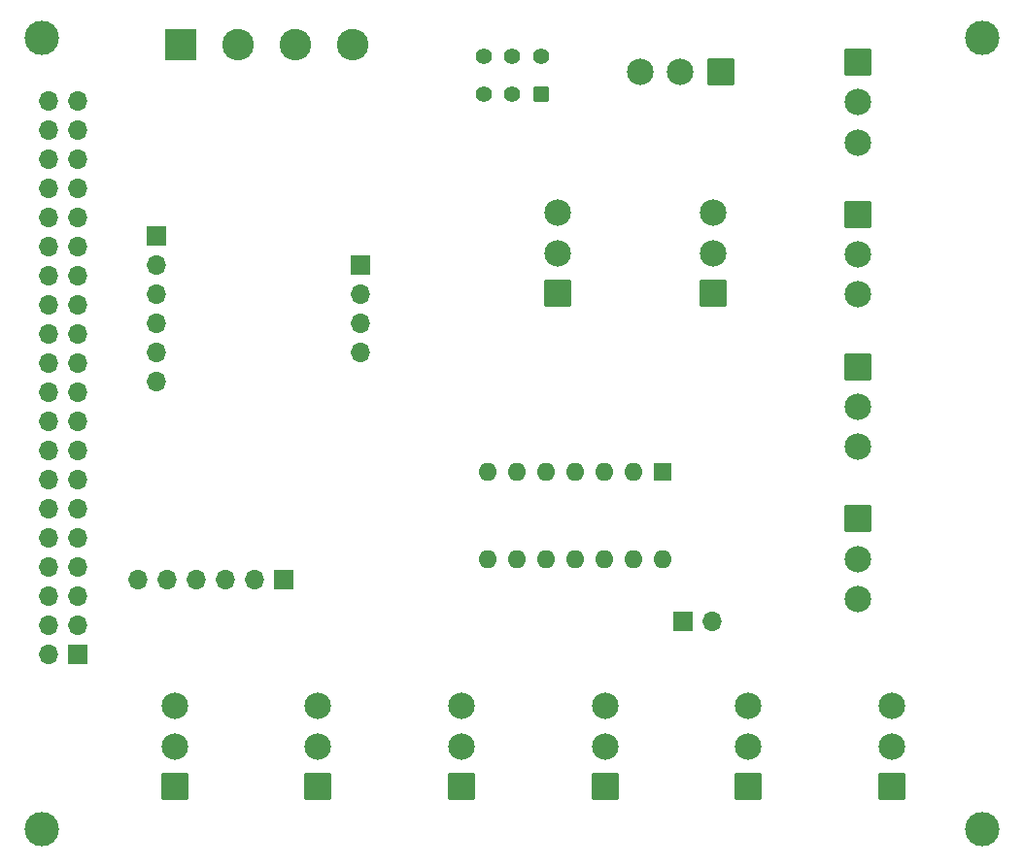
<source format=gbs>
%TF.GenerationSoftware,KiCad,Pcbnew,8.0.6*%
%TF.CreationDate,2025-02-04T19:04:09-05:00*%
%TF.ProjectId,Jetson_Extension_Board,4a657473-6f6e-45f4-9578-74656e73696f,rev?*%
%TF.SameCoordinates,Original*%
%TF.FileFunction,Soldermask,Bot*%
%TF.FilePolarity,Negative*%
%FSLAX46Y46*%
G04 Gerber Fmt 4.6, Leading zero omitted, Abs format (unit mm)*
G04 Created by KiCad (PCBNEW 8.0.6) date 2025-02-04 19:04:09*
%MOMM*%
%LPD*%
G01*
G04 APERTURE LIST*
G04 Aperture macros list*
%AMRoundRect*
0 Rectangle with rounded corners*
0 $1 Rounding radius*
0 $2 $3 $4 $5 $6 $7 $8 $9 X,Y pos of 4 corners*
0 Add a 4 corners polygon primitive as box body*
4,1,4,$2,$3,$4,$5,$6,$7,$8,$9,$2,$3,0*
0 Add four circle primitives for the rounded corners*
1,1,$1+$1,$2,$3*
1,1,$1+$1,$4,$5*
1,1,$1+$1,$6,$7*
1,1,$1+$1,$8,$9*
0 Add four rect primitives between the rounded corners*
20,1,$1+$1,$2,$3,$4,$5,0*
20,1,$1+$1,$4,$5,$6,$7,0*
20,1,$1+$1,$6,$7,$8,$9,0*
20,1,$1+$1,$8,$9,$2,$3,0*%
G04 Aperture macros list end*
%ADD10RoundRect,0.102000X-1.275000X-1.275000X1.275000X-1.275000X1.275000X1.275000X-1.275000X1.275000X0*%
%ADD11C,2.754000*%
%ADD12R,1.700000X1.700000*%
%ADD13O,1.700000X1.700000*%
%ADD14C,3.000000*%
%ADD15RoundRect,0.102000X1.050000X-1.050000X1.050000X1.050000X-1.050000X1.050000X-1.050000X-1.050000X0*%
%ADD16C,2.304000*%
%ADD17RoundRect,0.102000X-1.050000X1.050000X-1.050000X-1.050000X1.050000X-1.050000X1.050000X1.050000X0*%
%ADD18RoundRect,0.250000X0.450000X0.450000X-0.450000X0.450000X-0.450000X-0.450000X0.450000X-0.450000X0*%
%ADD19C,1.400000*%
%ADD20R,1.600000X1.600000*%
%ADD21O,1.600000X1.600000*%
%ADD22RoundRect,0.102000X1.050000X1.050000X-1.050000X1.050000X-1.050000X-1.050000X1.050000X-1.050000X0*%
G04 APERTURE END LIST*
D10*
%TO.C,J19*%
X101110000Y-75510000D03*
D11*
X106110000Y-75510000D03*
X111110000Y-75510000D03*
X116110000Y-75510000D03*
%TD*%
D12*
%TO.C,J15*%
X116800000Y-94670000D03*
D13*
X116800000Y-97210000D03*
X116800000Y-99750000D03*
X116800000Y-102290000D03*
%TD*%
D12*
%TO.C,J14*%
X99025000Y-92145000D03*
D13*
X99025000Y-94685000D03*
X99025000Y-97225000D03*
X99025000Y-99765000D03*
X99025000Y-102305000D03*
X99025000Y-104845000D03*
%TD*%
D14*
%TO.C,H4*%
X171000000Y-143900000D03*
%TD*%
D15*
%TO.C,J3*%
X125600000Y-140162500D03*
D16*
X125600000Y-136662500D03*
X125600000Y-133162500D03*
%TD*%
D17*
%TO.C,J7*%
X160100000Y-116837500D03*
D16*
X160100000Y-120337500D03*
X160100000Y-123837500D03*
%TD*%
D15*
%TO.C,J4*%
X113100000Y-140162500D03*
D16*
X113100000Y-136662500D03*
X113100000Y-133162500D03*
%TD*%
D12*
%TO.C,J6*%
X92140000Y-128620000D03*
D13*
X89600000Y-128620000D03*
X92140000Y-126080000D03*
X89600000Y-126080000D03*
X92140000Y-123540000D03*
X89600000Y-123540000D03*
X92140000Y-121000000D03*
X89600000Y-121000000D03*
X92140000Y-118460000D03*
X89600000Y-118460000D03*
X92140000Y-115920000D03*
X89600000Y-115920000D03*
X92140000Y-113380000D03*
X89600000Y-113380000D03*
X92140000Y-110840000D03*
X89600000Y-110840000D03*
X92140000Y-108300000D03*
X89600000Y-108300000D03*
X92140000Y-105760000D03*
X89600000Y-105760000D03*
X92140000Y-103220000D03*
X89600000Y-103220000D03*
X92140000Y-100680000D03*
X89600000Y-100680000D03*
X92140000Y-98140000D03*
X89600000Y-98140000D03*
X92140000Y-95600000D03*
X89600000Y-95600000D03*
X92140000Y-93060000D03*
X89600000Y-93060000D03*
X92140000Y-90520000D03*
X89600000Y-90520000D03*
X92140000Y-87980000D03*
X89600000Y-87980000D03*
X92140000Y-85440000D03*
X89600000Y-85440000D03*
X92140000Y-82900000D03*
X89600000Y-82900000D03*
X92140000Y-80360000D03*
X89600000Y-80360000D03*
%TD*%
D17*
%TO.C,J10*%
X160100000Y-77000000D03*
D16*
X160100000Y-80500000D03*
X160100000Y-84000000D03*
%TD*%
D12*
%TO.C,J11*%
X110070000Y-122130000D03*
D13*
X107530000Y-122130000D03*
X104990000Y-122130000D03*
X102450000Y-122130000D03*
X99910000Y-122130000D03*
X97370000Y-122130000D03*
%TD*%
D17*
%TO.C,J8*%
X160100000Y-103558300D03*
D16*
X160100000Y-107058300D03*
X160100000Y-110558300D03*
%TD*%
D17*
%TO.C,J9*%
X160100000Y-90279200D03*
D16*
X160100000Y-93779200D03*
X160100000Y-97279200D03*
%TD*%
D14*
%TO.C,H2*%
X89000000Y-143900000D03*
%TD*%
D12*
%TO.C,J1*%
X144860000Y-125800000D03*
D13*
X147400000Y-125800000D03*
%TD*%
D15*
%TO.C,J16*%
X134000000Y-97162500D03*
D16*
X134000000Y-93662500D03*
X134000000Y-90162500D03*
%TD*%
D14*
%TO.C,H3*%
X171000000Y-74900000D03*
%TD*%
D18*
%TO.C,SW1*%
X132500000Y-79800000D03*
D19*
X130000000Y-79800000D03*
X127500000Y-79800000D03*
X127500000Y-76500000D03*
X130000000Y-76500000D03*
X132500000Y-76500000D03*
%TD*%
D15*
%TO.C,J13*%
X163100000Y-140162500D03*
D16*
X163100000Y-136662500D03*
X163100000Y-133162500D03*
%TD*%
D15*
%TO.C,J12*%
X150600000Y-140162500D03*
D16*
X150600000Y-136662500D03*
X150600000Y-133162500D03*
%TD*%
D20*
%TO.C,U2*%
X143125000Y-112700000D03*
D21*
X140585000Y-112700000D03*
X138045000Y-112700000D03*
X135505000Y-112700000D03*
X132965000Y-112700000D03*
X130425000Y-112700000D03*
X127885000Y-112700000D03*
X127885000Y-120320000D03*
X130425000Y-120320000D03*
X132965000Y-120320000D03*
X135505000Y-120320000D03*
X138045000Y-120320000D03*
X140585000Y-120320000D03*
X143125000Y-120320000D03*
%TD*%
D15*
%TO.C,J2*%
X138100000Y-140162500D03*
D16*
X138100000Y-136662500D03*
X138100000Y-133162500D03*
%TD*%
D14*
%TO.C,H1*%
X89000000Y-74900000D03*
%TD*%
D15*
%TO.C,J5*%
X100600000Y-140162500D03*
D16*
X100600000Y-136662500D03*
X100600000Y-133162500D03*
%TD*%
D15*
%TO.C,J17*%
X147500000Y-97162500D03*
D16*
X147500000Y-93662500D03*
X147500000Y-90162500D03*
%TD*%
D22*
%TO.C,J18*%
X148162500Y-77900000D03*
D16*
X144662500Y-77900000D03*
X141162500Y-77900000D03*
%TD*%
M02*

</source>
